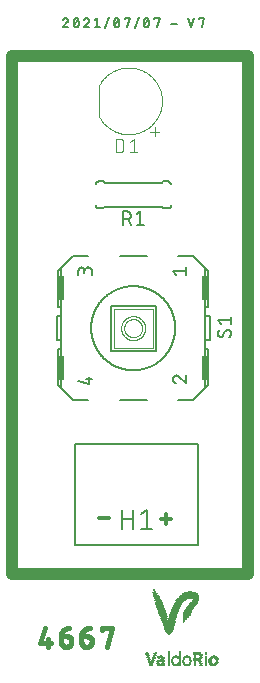
<source format=gbr>
G04 EAGLE Gerber RS-274X export*
G75*
%MOMM*%
%FSLAX34Y34*%
%LPD*%
%INSilkscreen Top*%
%IPPOS*%
%AMOC8*
5,1,8,0,0,1.08239X$1,22.5*%
G01*
%ADD10C,0.330200*%
%ADD11C,0.406400*%
%ADD12C,1.000000*%
%ADD13R,0.250000X0.050000*%
%ADD14R,0.200000X0.050000*%
%ADD15R,0.300000X0.050000*%
%ADD16R,0.350000X0.050000*%
%ADD17R,0.700000X0.050000*%
%ADD18R,0.650000X0.050000*%
%ADD19R,0.500000X0.050000*%
%ADD20R,0.550000X0.050000*%
%ADD21R,0.400000X0.050000*%
%ADD22R,0.750000X0.050000*%
%ADD23R,0.450000X0.050000*%
%ADD24R,0.150000X0.050000*%
%ADD25R,0.600000X0.050000*%
%ADD26R,0.800000X0.050000*%
%ADD27R,0.850000X0.050000*%
%ADD28R,0.900000X0.050000*%
%ADD29R,0.950000X0.050000*%
%ADD30R,1.000000X0.050000*%
%ADD31R,1.050000X0.050000*%
%ADD32R,1.150000X0.050000*%
%ADD33R,0.050000X0.050000*%
%ADD34R,0.100000X0.050000*%
%ADD35R,1.200000X0.050000*%
%ADD36R,1.800000X0.050000*%
%ADD37R,1.750000X0.050000*%
%ADD38R,1.650000X0.050000*%
%ADD39R,1.600000X0.050000*%
%ADD40R,1.500000X0.050000*%
%ADD41R,1.400000X0.050000*%
%ADD42R,1.300000X0.050000*%
%ADD43C,0.203200*%
%ADD44C,0.120000*%
%ADD45C,0.101600*%
%ADD46C,0.152400*%
%ADD47C,0.127000*%
%ADD48C,0.050800*%
%ADD49R,0.508000X2.159000*%


D10*
X180701Y142651D02*
X180701Y151116D01*
X184934Y146884D02*
X176468Y146884D01*
X131639Y147589D02*
X123174Y147589D01*
D11*
X77563Y54468D02*
X74022Y42073D01*
X82875Y42073D01*
X80219Y38532D02*
X80219Y45615D01*
X91272Y47385D02*
X96584Y47385D01*
X96702Y47383D01*
X96821Y47377D01*
X96938Y47367D01*
X97056Y47353D01*
X97173Y47336D01*
X97289Y47314D01*
X97405Y47289D01*
X97520Y47259D01*
X97633Y47226D01*
X97746Y47189D01*
X97857Y47148D01*
X97966Y47104D01*
X98075Y47056D01*
X98181Y47004D01*
X98286Y46949D01*
X98389Y46891D01*
X98489Y46829D01*
X98588Y46763D01*
X98684Y46695D01*
X98779Y46623D01*
X98870Y46548D01*
X98959Y46470D01*
X99046Y46389D01*
X99129Y46306D01*
X99210Y46219D01*
X99288Y46130D01*
X99363Y46039D01*
X99435Y45944D01*
X99503Y45848D01*
X99569Y45749D01*
X99631Y45649D01*
X99689Y45546D01*
X99744Y45441D01*
X99796Y45335D01*
X99844Y45226D01*
X99888Y45117D01*
X99929Y45006D01*
X99966Y44893D01*
X99999Y44780D01*
X100029Y44665D01*
X100054Y44549D01*
X100076Y44433D01*
X100093Y44316D01*
X100107Y44198D01*
X100117Y44081D01*
X100123Y43962D01*
X100125Y43844D01*
X100125Y42959D01*
X100126Y42959D02*
X100124Y42828D01*
X100118Y42697D01*
X100109Y42566D01*
X100095Y42435D01*
X100077Y42305D01*
X100056Y42176D01*
X100031Y42047D01*
X100002Y41919D01*
X99969Y41792D01*
X99933Y41666D01*
X99893Y41541D01*
X99849Y41418D01*
X99801Y41295D01*
X99750Y41174D01*
X99696Y41055D01*
X99638Y40938D01*
X99576Y40822D01*
X99511Y40708D01*
X99442Y40596D01*
X99371Y40486D01*
X99296Y40378D01*
X99218Y40273D01*
X99137Y40170D01*
X99053Y40069D01*
X98965Y39971D01*
X98875Y39875D01*
X98783Y39783D01*
X98687Y39693D01*
X98589Y39605D01*
X98488Y39521D01*
X98385Y39440D01*
X98280Y39362D01*
X98172Y39287D01*
X98062Y39216D01*
X97950Y39147D01*
X97836Y39082D01*
X97720Y39020D01*
X97603Y38962D01*
X97484Y38908D01*
X97363Y38857D01*
X97240Y38809D01*
X97117Y38765D01*
X96992Y38725D01*
X96866Y38689D01*
X96739Y38656D01*
X96611Y38627D01*
X96482Y38602D01*
X96353Y38581D01*
X96223Y38563D01*
X96092Y38549D01*
X95961Y38540D01*
X95830Y38534D01*
X95699Y38532D01*
X95568Y38534D01*
X95437Y38540D01*
X95306Y38549D01*
X95175Y38563D01*
X95045Y38581D01*
X94916Y38602D01*
X94787Y38627D01*
X94659Y38656D01*
X94532Y38689D01*
X94406Y38725D01*
X94281Y38765D01*
X94158Y38809D01*
X94035Y38857D01*
X93914Y38908D01*
X93795Y38962D01*
X93678Y39020D01*
X93562Y39082D01*
X93448Y39147D01*
X93336Y39216D01*
X93226Y39287D01*
X93118Y39362D01*
X93013Y39440D01*
X92910Y39521D01*
X92809Y39605D01*
X92711Y39693D01*
X92615Y39783D01*
X92523Y39875D01*
X92433Y39971D01*
X92345Y40069D01*
X92261Y40170D01*
X92180Y40273D01*
X92102Y40378D01*
X92027Y40486D01*
X91956Y40596D01*
X91887Y40708D01*
X91822Y40822D01*
X91760Y40938D01*
X91702Y41055D01*
X91648Y41174D01*
X91597Y41295D01*
X91549Y41418D01*
X91505Y41541D01*
X91465Y41666D01*
X91429Y41792D01*
X91396Y41919D01*
X91367Y42047D01*
X91342Y42176D01*
X91321Y42305D01*
X91303Y42435D01*
X91289Y42566D01*
X91280Y42697D01*
X91274Y42828D01*
X91272Y42959D01*
X91272Y47385D01*
X91274Y47559D01*
X91281Y47733D01*
X91291Y47906D01*
X91306Y48079D01*
X91325Y48252D01*
X91349Y48424D01*
X91376Y48596D01*
X91408Y48767D01*
X91444Y48937D01*
X91484Y49106D01*
X91529Y49274D01*
X91577Y49441D01*
X91629Y49607D01*
X91686Y49771D01*
X91747Y49934D01*
X91811Y50096D01*
X91880Y50255D01*
X91952Y50413D01*
X92028Y50570D01*
X92108Y50724D01*
X92192Y50876D01*
X92280Y51026D01*
X92371Y51174D01*
X92466Y51320D01*
X92564Y51463D01*
X92666Y51604D01*
X92771Y51743D01*
X92880Y51878D01*
X92992Y52011D01*
X93107Y52142D01*
X93225Y52269D01*
X93347Y52393D01*
X93471Y52515D01*
X93598Y52633D01*
X93729Y52748D01*
X93862Y52860D01*
X93997Y52969D01*
X94136Y53074D01*
X94277Y53176D01*
X94420Y53274D01*
X94566Y53369D01*
X94714Y53460D01*
X94864Y53548D01*
X95016Y53632D01*
X95170Y53712D01*
X95327Y53788D01*
X95485Y53860D01*
X95644Y53929D01*
X95806Y53993D01*
X95969Y54054D01*
X96133Y54111D01*
X96299Y54163D01*
X96466Y54211D01*
X96634Y54256D01*
X96803Y54296D01*
X96973Y54332D01*
X97144Y54364D01*
X97316Y54391D01*
X97488Y54415D01*
X97661Y54434D01*
X97834Y54449D01*
X98007Y54459D01*
X98181Y54466D01*
X98355Y54468D01*
X108522Y47385D02*
X113834Y47385D01*
X113952Y47383D01*
X114071Y47377D01*
X114188Y47367D01*
X114306Y47353D01*
X114423Y47336D01*
X114539Y47314D01*
X114655Y47289D01*
X114770Y47259D01*
X114883Y47226D01*
X114996Y47189D01*
X115107Y47148D01*
X115216Y47104D01*
X115325Y47056D01*
X115431Y47004D01*
X115536Y46949D01*
X115639Y46891D01*
X115739Y46829D01*
X115838Y46763D01*
X115934Y46695D01*
X116029Y46623D01*
X116120Y46548D01*
X116209Y46470D01*
X116296Y46389D01*
X116379Y46306D01*
X116460Y46219D01*
X116538Y46130D01*
X116613Y46039D01*
X116685Y45944D01*
X116753Y45848D01*
X116819Y45749D01*
X116881Y45649D01*
X116939Y45546D01*
X116994Y45441D01*
X117046Y45335D01*
X117094Y45226D01*
X117138Y45117D01*
X117179Y45006D01*
X117216Y44893D01*
X117249Y44780D01*
X117279Y44665D01*
X117304Y44549D01*
X117326Y44433D01*
X117343Y44316D01*
X117357Y44198D01*
X117367Y44081D01*
X117373Y43962D01*
X117375Y43844D01*
X117375Y42959D01*
X117376Y42959D02*
X117374Y42828D01*
X117368Y42697D01*
X117359Y42566D01*
X117345Y42435D01*
X117327Y42305D01*
X117306Y42176D01*
X117281Y42047D01*
X117252Y41919D01*
X117219Y41792D01*
X117183Y41666D01*
X117143Y41541D01*
X117099Y41418D01*
X117051Y41295D01*
X117000Y41174D01*
X116946Y41055D01*
X116888Y40938D01*
X116826Y40822D01*
X116761Y40708D01*
X116692Y40596D01*
X116621Y40486D01*
X116546Y40378D01*
X116468Y40273D01*
X116387Y40170D01*
X116303Y40069D01*
X116215Y39971D01*
X116125Y39875D01*
X116033Y39783D01*
X115937Y39693D01*
X115839Y39605D01*
X115738Y39521D01*
X115635Y39440D01*
X115530Y39362D01*
X115422Y39287D01*
X115312Y39216D01*
X115200Y39147D01*
X115086Y39082D01*
X114970Y39020D01*
X114853Y38962D01*
X114734Y38908D01*
X114613Y38857D01*
X114490Y38809D01*
X114367Y38765D01*
X114242Y38725D01*
X114116Y38689D01*
X113989Y38656D01*
X113861Y38627D01*
X113732Y38602D01*
X113603Y38581D01*
X113473Y38563D01*
X113342Y38549D01*
X113211Y38540D01*
X113080Y38534D01*
X112949Y38532D01*
X112818Y38534D01*
X112687Y38540D01*
X112556Y38549D01*
X112425Y38563D01*
X112295Y38581D01*
X112166Y38602D01*
X112037Y38627D01*
X111909Y38656D01*
X111782Y38689D01*
X111656Y38725D01*
X111531Y38765D01*
X111408Y38809D01*
X111285Y38857D01*
X111164Y38908D01*
X111045Y38962D01*
X110928Y39020D01*
X110812Y39082D01*
X110698Y39147D01*
X110586Y39216D01*
X110476Y39287D01*
X110368Y39362D01*
X110263Y39440D01*
X110160Y39521D01*
X110059Y39605D01*
X109961Y39693D01*
X109865Y39783D01*
X109773Y39875D01*
X109683Y39971D01*
X109595Y40069D01*
X109511Y40170D01*
X109430Y40273D01*
X109352Y40378D01*
X109277Y40486D01*
X109206Y40596D01*
X109137Y40708D01*
X109072Y40822D01*
X109010Y40938D01*
X108952Y41055D01*
X108898Y41174D01*
X108847Y41295D01*
X108799Y41418D01*
X108755Y41541D01*
X108715Y41666D01*
X108679Y41792D01*
X108646Y41919D01*
X108617Y42047D01*
X108592Y42176D01*
X108571Y42305D01*
X108553Y42435D01*
X108539Y42566D01*
X108530Y42697D01*
X108524Y42828D01*
X108522Y42959D01*
X108522Y47385D01*
X108524Y47559D01*
X108531Y47733D01*
X108541Y47906D01*
X108556Y48079D01*
X108575Y48252D01*
X108599Y48424D01*
X108626Y48596D01*
X108658Y48767D01*
X108694Y48937D01*
X108734Y49106D01*
X108779Y49274D01*
X108827Y49441D01*
X108879Y49607D01*
X108936Y49771D01*
X108997Y49934D01*
X109061Y50096D01*
X109130Y50255D01*
X109202Y50413D01*
X109278Y50570D01*
X109358Y50724D01*
X109442Y50876D01*
X109530Y51026D01*
X109621Y51174D01*
X109716Y51320D01*
X109814Y51463D01*
X109916Y51604D01*
X110021Y51743D01*
X110130Y51878D01*
X110242Y52011D01*
X110357Y52142D01*
X110475Y52269D01*
X110597Y52393D01*
X110721Y52515D01*
X110848Y52633D01*
X110979Y52748D01*
X111112Y52860D01*
X111247Y52969D01*
X111386Y53074D01*
X111527Y53176D01*
X111670Y53274D01*
X111816Y53369D01*
X111964Y53460D01*
X112114Y53548D01*
X112266Y53632D01*
X112420Y53712D01*
X112577Y53788D01*
X112735Y53860D01*
X112894Y53929D01*
X113056Y53993D01*
X113219Y54054D01*
X113383Y54111D01*
X113549Y54163D01*
X113716Y54211D01*
X113884Y54256D01*
X114053Y54296D01*
X114223Y54332D01*
X114394Y54364D01*
X114566Y54391D01*
X114738Y54415D01*
X114911Y54434D01*
X115084Y54449D01*
X115257Y54459D01*
X115431Y54466D01*
X115605Y54468D01*
X125772Y54468D02*
X125772Y52697D01*
X125772Y54468D02*
X134625Y54468D01*
X130199Y38532D01*
D12*
X50000Y100000D02*
X250000Y100000D01*
X250000Y538600D01*
X50000Y538600D01*
X50000Y100000D01*
D13*
X167500Y22000D03*
X175000Y22000D03*
X178500Y22000D03*
X182500Y22000D03*
X188500Y22000D03*
D14*
X191750Y22000D03*
D15*
X197750Y22000D03*
D13*
X204500Y22000D03*
X210500Y22000D03*
X214000Y22000D03*
D16*
X220500Y22000D03*
D15*
X167750Y22500D03*
D17*
X176250Y22500D03*
D13*
X182500Y22500D03*
D18*
X189500Y22500D03*
D19*
X197750Y22500D03*
D13*
X204500Y22500D03*
D15*
X210250Y22500D03*
D13*
X214000Y22500D03*
D20*
X220500Y22500D03*
D16*
X167500Y23000D03*
D18*
X176000Y23000D03*
D13*
X182500Y23000D03*
D17*
X189250Y23000D03*
D18*
X198000Y23000D03*
D13*
X204500Y23000D03*
X210000Y23000D03*
X214000Y23000D03*
D18*
X220500Y23000D03*
D21*
X167750Y23500D03*
D17*
X175750Y23500D03*
D13*
X182500Y23500D03*
D22*
X189000Y23500D03*
D15*
X196250Y23500D03*
X199750Y23500D03*
D13*
X204500Y23500D03*
X210000Y23500D03*
X214000Y23500D03*
D22*
X220500Y23500D03*
D21*
X167750Y24000D03*
D15*
X173750Y24000D03*
X177750Y24000D03*
D13*
X182500Y24000D03*
X186500Y24000D03*
D15*
X191250Y24000D03*
D13*
X195500Y24000D03*
X200500Y24000D03*
X204500Y24000D03*
D15*
X209750Y24000D03*
D13*
X214000Y24000D03*
D15*
X218250Y24000D03*
X222750Y24000D03*
D23*
X167500Y24500D03*
D13*
X173500Y24500D03*
X178000Y24500D03*
X182500Y24500D03*
X186000Y24500D03*
X191500Y24500D03*
D14*
X195250Y24500D03*
X200750Y24500D03*
D13*
X204500Y24500D03*
X209500Y24500D03*
X214000Y24500D03*
X218000Y24500D03*
D15*
X223250Y24500D03*
D19*
X167750Y25000D03*
D13*
X173500Y25000D03*
X178000Y25000D03*
X182500Y25000D03*
D14*
X185750Y25000D03*
X191750Y25000D03*
D13*
X195000Y25000D03*
X201000Y25000D03*
X204500Y25000D03*
X209500Y25000D03*
X214000Y25000D03*
D15*
X217750Y25000D03*
D13*
X223500Y25000D03*
D19*
X167750Y25500D03*
D15*
X173750Y25500D03*
D13*
X178000Y25500D03*
X182500Y25500D03*
D14*
X185750Y25500D03*
X191750Y25500D03*
X194750Y25500D03*
X201250Y25500D03*
D13*
X204500Y25500D03*
X209500Y25500D03*
X214000Y25500D03*
D15*
X217750Y25500D03*
D13*
X223500Y25500D03*
D20*
X167500Y26000D03*
D18*
X176000Y26000D03*
D13*
X182500Y26000D03*
D14*
X185750Y26000D03*
X191750Y26000D03*
X194750Y26000D03*
X201250Y26000D03*
D13*
X204500Y26000D03*
D15*
X209250Y26000D03*
D13*
X214000Y26000D03*
X217500Y26000D03*
X223500Y26000D03*
X166000Y26500D03*
D15*
X169250Y26500D03*
D18*
X176000Y26500D03*
D13*
X182500Y26500D03*
D14*
X185750Y26500D03*
X191750Y26500D03*
X194750Y26500D03*
X201250Y26500D03*
D17*
X206750Y26500D03*
D13*
X214000Y26500D03*
X217500Y26500D03*
X223500Y26500D03*
X166000Y27000D03*
X169500Y27000D03*
D20*
X176500Y27000D03*
D13*
X182500Y27000D03*
D14*
X185750Y27000D03*
X191750Y27000D03*
D13*
X195000Y27000D03*
X201000Y27000D03*
D17*
X206750Y27000D03*
D13*
X214000Y27000D03*
D15*
X217750Y27000D03*
D13*
X223500Y27000D03*
D15*
X165750Y27500D03*
D13*
X169500Y27500D03*
D21*
X177250Y27500D03*
D13*
X182500Y27500D03*
D14*
X185750Y27500D03*
X191750Y27500D03*
X195250Y27500D03*
X200750Y27500D03*
D18*
X206500Y27500D03*
D13*
X214000Y27500D03*
D15*
X217750Y27500D03*
X223250Y27500D03*
D13*
X165500Y28000D03*
D15*
X169750Y28000D03*
D13*
X178000Y28000D03*
X182500Y28000D03*
X186000Y28000D03*
X191500Y28000D03*
D14*
X195250Y28000D03*
X200750Y28000D03*
D17*
X206750Y28000D03*
D13*
X214000Y28000D03*
D15*
X218250Y28000D03*
X223250Y28000D03*
D13*
X165500Y28500D03*
X170000Y28500D03*
D24*
X174000Y28500D03*
D15*
X177750Y28500D03*
D13*
X182500Y28500D03*
X186500Y28500D03*
D15*
X191250Y28500D03*
D13*
X195500Y28500D03*
X200500Y28500D03*
X204500Y28500D03*
D16*
X209000Y28500D03*
D13*
X214000Y28500D03*
D16*
X218500Y28500D03*
D15*
X222750Y28500D03*
X165250Y29000D03*
D13*
X170000Y29000D03*
D18*
X176000Y29000D03*
D13*
X182500Y29000D03*
D22*
X189000Y29000D03*
D18*
X198000Y29000D03*
D13*
X204500Y29000D03*
D15*
X209750Y29000D03*
D13*
X214000Y29000D03*
D17*
X220750Y29000D03*
D15*
X165250Y29500D03*
X170250Y29500D03*
D25*
X175750Y29500D03*
D13*
X182500Y29500D03*
D17*
X189250Y29500D03*
D20*
X198000Y29500D03*
D13*
X204500Y29500D03*
X210000Y29500D03*
X214000Y29500D03*
D25*
X220750Y29500D03*
D13*
X165000Y30000D03*
X170500Y30000D03*
D20*
X175500Y30000D03*
D13*
X182500Y30000D03*
D18*
X189500Y30000D03*
D23*
X198000Y30000D03*
D13*
X204500Y30000D03*
X210000Y30000D03*
X214000Y30000D03*
D19*
X220750Y30000D03*
D15*
X164750Y30500D03*
D13*
X170500Y30500D03*
X176000Y30500D03*
X182500Y30500D03*
D24*
X188500Y30500D03*
D14*
X191750Y30500D03*
D24*
X198000Y30500D03*
D13*
X204500Y30500D03*
X210000Y30500D03*
D14*
X220750Y30500D03*
D15*
X164750Y31000D03*
X170750Y31000D03*
D13*
X182500Y31000D03*
D14*
X191750Y31000D03*
D13*
X204500Y31000D03*
D15*
X209750Y31000D03*
D13*
X164500Y31500D03*
X171000Y31500D03*
X182500Y31500D03*
D14*
X191750Y31500D03*
D26*
X207250Y31500D03*
D13*
X214000Y31500D03*
D15*
X164250Y32000D03*
D13*
X171000Y32000D03*
X182500Y32000D03*
D14*
X191750Y32000D03*
D22*
X207000Y32000D03*
D13*
X214000Y32000D03*
D15*
X164250Y32500D03*
X171250Y32500D03*
D13*
X182500Y32500D03*
D14*
X191750Y32500D03*
D17*
X206750Y32500D03*
D13*
X214000Y32500D03*
X164000Y33000D03*
X171500Y33000D03*
X182500Y33000D03*
D14*
X191750Y33000D03*
D18*
X206500Y33000D03*
D13*
X214000Y33000D03*
X182500Y33500D03*
D14*
X191750Y33500D03*
D13*
X206500Y33500D03*
D24*
X214000Y33500D03*
D13*
X182500Y34000D03*
D14*
X191750Y34000D03*
D13*
X182500Y49000D03*
D21*
X182750Y49500D03*
D19*
X182750Y50000D03*
D20*
X183000Y50500D03*
D25*
X182750Y51000D03*
X182750Y51500D03*
D17*
X182750Y52000D03*
X182750Y52500D03*
D26*
X182750Y53000D03*
X182750Y53500D03*
X182750Y54000D03*
D27*
X183000Y54500D03*
D28*
X182750Y55000D03*
X182750Y55500D03*
X182750Y56000D03*
D29*
X182500Y56500D03*
D30*
X182750Y57000D03*
X182750Y57500D03*
D31*
X182500Y58000D03*
X182500Y58500D03*
D32*
X182500Y59000D03*
D33*
X195500Y59000D03*
D32*
X182500Y59500D03*
D33*
X195500Y59500D03*
D32*
X182500Y60000D03*
D34*
X195750Y60000D03*
D35*
X182250Y60500D03*
D14*
X195750Y60500D03*
D20*
X179000Y61000D03*
D18*
X185500Y61000D03*
D13*
X196000Y61000D03*
D20*
X179000Y61500D03*
D18*
X185500Y61500D03*
D15*
X196250Y61500D03*
D25*
X178750Y62000D03*
X185750Y62000D03*
D16*
X196500Y62000D03*
D25*
X178750Y62500D03*
X185750Y62500D03*
D21*
X196750Y62500D03*
D20*
X178500Y63000D03*
D18*
X186000Y63000D03*
D23*
X197000Y63000D03*
D25*
X178250Y63500D03*
D18*
X186000Y63500D03*
D19*
X197250Y63500D03*
D25*
X178250Y64000D03*
X186250Y64000D03*
D20*
X197500Y64000D03*
X178000Y64500D03*
D25*
X186250Y64500D03*
X197750Y64500D03*
X177750Y65000D03*
D18*
X186500Y65000D03*
D25*
X197750Y65000D03*
X177750Y65500D03*
D18*
X186500Y65500D03*
D25*
X197750Y65500D03*
D18*
X177500Y66000D03*
D25*
X186750Y66000D03*
D20*
X198000Y66000D03*
D25*
X177250Y66500D03*
D18*
X187000Y66500D03*
D25*
X198250Y66500D03*
X177250Y67000D03*
D18*
X187000Y67000D03*
D25*
X198250Y67000D03*
D18*
X177000Y67500D03*
D25*
X187250Y67500D03*
X198750Y67500D03*
X176750Y68000D03*
D18*
X187500Y68000D03*
D25*
X198750Y68000D03*
D18*
X176500Y68500D03*
X187500Y68500D03*
D20*
X199000Y68500D03*
D18*
X176500Y69000D03*
X188000Y69000D03*
D25*
X199250Y69000D03*
X176250Y69500D03*
D18*
X188000Y69500D03*
D25*
X199750Y69500D03*
D18*
X176000Y70000D03*
D17*
X188250Y70000D03*
D18*
X200000Y70000D03*
X176000Y70500D03*
X188500Y70500D03*
X200500Y70500D03*
D25*
X175750Y71000D03*
D18*
X188500Y71000D03*
X200500Y71000D03*
X175500Y71500D03*
D17*
X188750Y71500D03*
D18*
X201000Y71500D03*
X175500Y72000D03*
D17*
X189250Y72000D03*
X201250Y72000D03*
D25*
X175250Y72500D03*
D17*
X189250Y72500D03*
X201750Y72500D03*
D18*
X175000Y73000D03*
D17*
X189750Y73000D03*
X202250Y73000D03*
D18*
X175000Y73500D03*
D17*
X189750Y73500D03*
D18*
X202500Y73500D03*
D25*
X174750Y74000D03*
D17*
X190250Y74000D03*
D18*
X203000Y74000D03*
D25*
X174750Y74500D03*
D22*
X190500Y74500D03*
D18*
X203500Y74500D03*
X174500Y75000D03*
D17*
X190750Y75000D03*
D25*
X203750Y75000D03*
X174250Y75500D03*
D22*
X191000Y75500D03*
D25*
X204250Y75500D03*
X174250Y76000D03*
D22*
X191500Y76000D03*
D20*
X204500Y76000D03*
X174000Y76500D03*
D22*
X192000Y76500D03*
D20*
X205000Y76500D03*
D25*
X173750Y77000D03*
D26*
X192250Y77000D03*
D19*
X205250Y77000D03*
D20*
X173500Y77500D03*
D26*
X192750Y77500D03*
D23*
X205500Y77500D03*
D20*
X173500Y78000D03*
D27*
X193000Y78000D03*
D23*
X206000Y78000D03*
D19*
X173250Y78500D03*
D28*
X193750Y78500D03*
D23*
X206000Y78500D03*
D20*
X173000Y79000D03*
D31*
X195000Y79000D03*
D25*
X205250Y79000D03*
D19*
X172750Y79500D03*
D36*
X199250Y79500D03*
D19*
X172750Y80000D03*
D37*
X199500Y80000D03*
D19*
X172250Y80500D03*
D37*
X199500Y80500D03*
D23*
X172000Y81000D03*
D38*
X199500Y81000D03*
D23*
X172000Y81500D03*
D39*
X199750Y81500D03*
D23*
X171500Y82000D03*
D40*
X200250Y82000D03*
D21*
X171250Y82500D03*
D41*
X200250Y82500D03*
D16*
X171000Y83000D03*
D42*
X200250Y83000D03*
D13*
X170000Y83500D03*
D34*
X172250Y83500D03*
D32*
X200500Y83500D03*
D24*
X169500Y84000D03*
D30*
X200750Y84000D03*
D24*
X169000Y84500D03*
D34*
X171250Y84500D03*
D26*
X200750Y84500D03*
D24*
X171000Y85000D03*
D16*
X201000Y85000D03*
D24*
X170500Y85500D03*
D14*
X170250Y86000D03*
D24*
X170000Y86500D03*
X170000Y87000D03*
D43*
X97443Y568992D02*
X97441Y569079D01*
X97435Y569166D01*
X97426Y569252D01*
X97413Y569338D01*
X97396Y569423D01*
X97375Y569508D01*
X97351Y569591D01*
X97323Y569673D01*
X97291Y569754D01*
X97256Y569834D01*
X97218Y569912D01*
X97176Y569988D01*
X97131Y570062D01*
X97083Y570135D01*
X97031Y570205D01*
X96977Y570272D01*
X96920Y570338D01*
X96860Y570401D01*
X96797Y570461D01*
X96731Y570518D01*
X96664Y570572D01*
X96594Y570624D01*
X96521Y570672D01*
X96447Y570717D01*
X96371Y570759D01*
X96293Y570797D01*
X96213Y570832D01*
X96132Y570864D01*
X96050Y570892D01*
X95967Y570916D01*
X95882Y570937D01*
X95797Y570954D01*
X95711Y570967D01*
X95625Y570976D01*
X95538Y570982D01*
X95451Y570984D01*
X95350Y570982D01*
X95250Y570976D01*
X95150Y570966D01*
X95050Y570952D01*
X94951Y570935D01*
X94853Y570913D01*
X94756Y570888D01*
X94660Y570859D01*
X94565Y570826D01*
X94471Y570789D01*
X94379Y570749D01*
X94288Y570705D01*
X94200Y570657D01*
X94113Y570606D01*
X94028Y570552D01*
X93946Y570495D01*
X93866Y570434D01*
X93788Y570370D01*
X93713Y570303D01*
X93640Y570233D01*
X93571Y570161D01*
X93504Y570086D01*
X93440Y570008D01*
X93380Y569928D01*
X93322Y569845D01*
X93268Y569760D01*
X93217Y569674D01*
X93170Y569585D01*
X93126Y569494D01*
X93086Y569402D01*
X93049Y569308D01*
X93016Y569213D01*
X96779Y567442D02*
X96844Y567507D01*
X96905Y567574D01*
X96964Y567643D01*
X97020Y567715D01*
X97073Y567790D01*
X97123Y567866D01*
X97169Y567945D01*
X97212Y568025D01*
X97252Y568107D01*
X97287Y568191D01*
X97320Y568276D01*
X97348Y568363D01*
X97373Y568451D01*
X97395Y568539D01*
X97412Y568629D01*
X97426Y568719D01*
X97435Y568810D01*
X97441Y568901D01*
X97443Y568992D01*
X96779Y567443D02*
X93016Y563016D01*
X97443Y563016D01*
X102016Y567000D02*
X102018Y567157D01*
X102023Y567313D01*
X102033Y567470D01*
X102046Y567626D01*
X102063Y567782D01*
X102083Y567937D01*
X102107Y568092D01*
X102135Y568246D01*
X102167Y568400D01*
X102202Y568553D01*
X102241Y568705D01*
X102284Y568855D01*
X102330Y569005D01*
X102379Y569154D01*
X102433Y569301D01*
X102489Y569448D01*
X102549Y569592D01*
X102613Y569736D01*
X102680Y569877D01*
X102707Y569950D01*
X102737Y570022D01*
X102771Y570093D01*
X102808Y570161D01*
X102849Y570228D01*
X102893Y570293D01*
X102939Y570356D01*
X102989Y570416D01*
X103041Y570474D01*
X103097Y570529D01*
X103154Y570582D01*
X103214Y570632D01*
X103277Y570679D01*
X103342Y570723D01*
X103408Y570764D01*
X103477Y570801D01*
X103547Y570835D01*
X103619Y570866D01*
X103692Y570893D01*
X103766Y570917D01*
X103842Y570938D01*
X103918Y570954D01*
X103995Y570967D01*
X104073Y570977D01*
X104151Y570982D01*
X104229Y570984D01*
X104307Y570982D01*
X104385Y570977D01*
X104463Y570967D01*
X104540Y570954D01*
X104616Y570938D01*
X104692Y570917D01*
X104766Y570893D01*
X104839Y570866D01*
X104911Y570835D01*
X104981Y570801D01*
X105050Y570764D01*
X105116Y570723D01*
X105181Y570679D01*
X105244Y570632D01*
X105304Y570582D01*
X105361Y570529D01*
X105417Y570474D01*
X105469Y570416D01*
X105519Y570356D01*
X105565Y570293D01*
X105609Y570228D01*
X105650Y570161D01*
X105687Y570093D01*
X105721Y570022D01*
X105751Y569950D01*
X105778Y569877D01*
X105779Y569877D02*
X105846Y569736D01*
X105910Y569592D01*
X105970Y569448D01*
X106026Y569301D01*
X106080Y569154D01*
X106129Y569005D01*
X106175Y568855D01*
X106218Y568705D01*
X106257Y568553D01*
X106292Y568400D01*
X106324Y568246D01*
X106352Y568092D01*
X106376Y567937D01*
X106396Y567782D01*
X106413Y567626D01*
X106426Y567470D01*
X106436Y567313D01*
X106441Y567157D01*
X106443Y567000D01*
X102016Y567000D02*
X102018Y566843D01*
X102023Y566687D01*
X102033Y566530D01*
X102046Y566374D01*
X102063Y566218D01*
X102083Y566063D01*
X102107Y565908D01*
X102135Y565754D01*
X102167Y565600D01*
X102202Y565447D01*
X102241Y565295D01*
X102284Y565145D01*
X102330Y564995D01*
X102379Y564846D01*
X102433Y564699D01*
X102489Y564553D01*
X102549Y564408D01*
X102613Y564265D01*
X102680Y564123D01*
X102707Y564049D01*
X102737Y563978D01*
X102771Y563907D01*
X102808Y563839D01*
X102849Y563772D01*
X102893Y563707D01*
X102939Y563644D01*
X102989Y563584D01*
X103041Y563526D01*
X103097Y563471D01*
X103154Y563418D01*
X103214Y563368D01*
X103277Y563321D01*
X103342Y563277D01*
X103408Y563236D01*
X103477Y563199D01*
X103547Y563165D01*
X103619Y563134D01*
X103692Y563107D01*
X103766Y563083D01*
X103842Y563062D01*
X103918Y563046D01*
X103995Y563033D01*
X104073Y563023D01*
X104151Y563018D01*
X104229Y563016D01*
X105778Y564123D02*
X105845Y564265D01*
X105909Y564408D01*
X105969Y564553D01*
X106025Y564699D01*
X106079Y564846D01*
X106128Y564995D01*
X106174Y565145D01*
X106217Y565295D01*
X106256Y565447D01*
X106291Y565600D01*
X106323Y565754D01*
X106351Y565908D01*
X106375Y566063D01*
X106395Y566218D01*
X106412Y566374D01*
X106425Y566530D01*
X106435Y566687D01*
X106440Y566843D01*
X106442Y567000D01*
X105778Y564123D02*
X105751Y564049D01*
X105721Y563978D01*
X105687Y563907D01*
X105650Y563838D01*
X105609Y563772D01*
X105565Y563707D01*
X105519Y563644D01*
X105469Y563584D01*
X105417Y563526D01*
X105361Y563471D01*
X105304Y563418D01*
X105244Y563368D01*
X105181Y563321D01*
X105116Y563277D01*
X105050Y563236D01*
X104981Y563199D01*
X104911Y563165D01*
X104839Y563134D01*
X104766Y563107D01*
X104692Y563083D01*
X104616Y563062D01*
X104540Y563046D01*
X104463Y563033D01*
X104385Y563023D01*
X104307Y563018D01*
X104229Y563016D01*
X102459Y564787D02*
X106000Y569213D01*
X113451Y570984D02*
X113538Y570982D01*
X113625Y570976D01*
X113711Y570967D01*
X113797Y570954D01*
X113882Y570937D01*
X113967Y570916D01*
X114050Y570892D01*
X114132Y570864D01*
X114213Y570832D01*
X114293Y570797D01*
X114371Y570759D01*
X114447Y570717D01*
X114521Y570672D01*
X114594Y570624D01*
X114664Y570572D01*
X114731Y570518D01*
X114797Y570461D01*
X114860Y570401D01*
X114920Y570338D01*
X114977Y570272D01*
X115031Y570205D01*
X115083Y570135D01*
X115131Y570062D01*
X115176Y569988D01*
X115218Y569912D01*
X115256Y569834D01*
X115291Y569754D01*
X115323Y569673D01*
X115351Y569591D01*
X115375Y569508D01*
X115396Y569423D01*
X115413Y569338D01*
X115426Y569252D01*
X115435Y569166D01*
X115441Y569079D01*
X115443Y568992D01*
X113451Y570984D02*
X113350Y570982D01*
X113250Y570976D01*
X113150Y570966D01*
X113050Y570952D01*
X112951Y570935D01*
X112853Y570913D01*
X112756Y570888D01*
X112660Y570859D01*
X112565Y570826D01*
X112471Y570789D01*
X112379Y570749D01*
X112288Y570705D01*
X112200Y570657D01*
X112113Y570606D01*
X112028Y570552D01*
X111946Y570495D01*
X111866Y570434D01*
X111788Y570370D01*
X111713Y570303D01*
X111640Y570233D01*
X111571Y570161D01*
X111504Y570086D01*
X111440Y570008D01*
X111380Y569928D01*
X111322Y569845D01*
X111268Y569760D01*
X111217Y569674D01*
X111170Y569585D01*
X111126Y569494D01*
X111086Y569402D01*
X111049Y569308D01*
X111016Y569213D01*
X114779Y567442D02*
X114844Y567507D01*
X114905Y567574D01*
X114964Y567643D01*
X115020Y567715D01*
X115073Y567790D01*
X115123Y567866D01*
X115169Y567945D01*
X115212Y568025D01*
X115252Y568107D01*
X115287Y568191D01*
X115320Y568276D01*
X115348Y568363D01*
X115373Y568451D01*
X115395Y568539D01*
X115412Y568629D01*
X115426Y568719D01*
X115435Y568810D01*
X115441Y568901D01*
X115443Y568992D01*
X114779Y567443D02*
X111016Y563016D01*
X115443Y563016D01*
X120016Y569213D02*
X122229Y570984D01*
X122229Y563016D01*
X120016Y563016D02*
X124443Y563016D01*
X128559Y562131D02*
X132100Y571869D01*
X136880Y569877D02*
X136813Y569736D01*
X136749Y569592D01*
X136689Y569448D01*
X136633Y569301D01*
X136579Y569154D01*
X136530Y569005D01*
X136484Y568855D01*
X136441Y568705D01*
X136402Y568553D01*
X136367Y568400D01*
X136335Y568246D01*
X136307Y568092D01*
X136283Y567937D01*
X136263Y567782D01*
X136246Y567626D01*
X136233Y567470D01*
X136223Y567313D01*
X136218Y567157D01*
X136216Y567000D01*
X136880Y569877D02*
X136907Y569950D01*
X136937Y570022D01*
X136971Y570093D01*
X137008Y570161D01*
X137049Y570228D01*
X137093Y570293D01*
X137139Y570356D01*
X137189Y570416D01*
X137241Y570474D01*
X137297Y570529D01*
X137354Y570582D01*
X137414Y570632D01*
X137477Y570679D01*
X137542Y570723D01*
X137608Y570764D01*
X137677Y570801D01*
X137747Y570835D01*
X137819Y570866D01*
X137892Y570893D01*
X137966Y570917D01*
X138042Y570938D01*
X138118Y570954D01*
X138195Y570967D01*
X138273Y570977D01*
X138351Y570982D01*
X138429Y570984D01*
X138507Y570982D01*
X138585Y570977D01*
X138663Y570967D01*
X138740Y570954D01*
X138816Y570938D01*
X138892Y570917D01*
X138966Y570893D01*
X139039Y570866D01*
X139111Y570835D01*
X139181Y570801D01*
X139250Y570764D01*
X139316Y570723D01*
X139381Y570679D01*
X139444Y570632D01*
X139504Y570582D01*
X139561Y570529D01*
X139617Y570474D01*
X139669Y570416D01*
X139719Y570356D01*
X139765Y570293D01*
X139809Y570228D01*
X139850Y570161D01*
X139887Y570093D01*
X139921Y570022D01*
X139951Y569950D01*
X139978Y569877D01*
X140045Y569736D01*
X140109Y569592D01*
X140169Y569448D01*
X140225Y569301D01*
X140279Y569154D01*
X140328Y569005D01*
X140374Y568855D01*
X140417Y568705D01*
X140456Y568553D01*
X140491Y568400D01*
X140523Y568246D01*
X140551Y568092D01*
X140575Y567937D01*
X140595Y567782D01*
X140612Y567626D01*
X140625Y567470D01*
X140635Y567313D01*
X140640Y567157D01*
X140642Y567000D01*
X136216Y567000D02*
X136218Y566843D01*
X136223Y566687D01*
X136233Y566530D01*
X136246Y566374D01*
X136263Y566218D01*
X136283Y566063D01*
X136307Y565908D01*
X136335Y565754D01*
X136367Y565600D01*
X136402Y565447D01*
X136441Y565295D01*
X136484Y565145D01*
X136530Y564995D01*
X136579Y564846D01*
X136633Y564699D01*
X136689Y564553D01*
X136749Y564408D01*
X136813Y564265D01*
X136880Y564123D01*
X136907Y564049D01*
X136937Y563978D01*
X136971Y563907D01*
X137008Y563839D01*
X137049Y563772D01*
X137093Y563707D01*
X137139Y563644D01*
X137189Y563584D01*
X137241Y563526D01*
X137297Y563471D01*
X137354Y563418D01*
X137414Y563368D01*
X137477Y563321D01*
X137542Y563277D01*
X137608Y563236D01*
X137677Y563199D01*
X137747Y563165D01*
X137819Y563134D01*
X137892Y563107D01*
X137966Y563083D01*
X138042Y563062D01*
X138118Y563046D01*
X138195Y563033D01*
X138273Y563023D01*
X138351Y563018D01*
X138429Y563016D01*
X139978Y564123D02*
X140045Y564265D01*
X140109Y564408D01*
X140169Y564553D01*
X140225Y564699D01*
X140279Y564846D01*
X140328Y564995D01*
X140374Y565145D01*
X140417Y565295D01*
X140456Y565447D01*
X140491Y565600D01*
X140523Y565754D01*
X140551Y565908D01*
X140575Y566063D01*
X140595Y566218D01*
X140612Y566374D01*
X140625Y566530D01*
X140635Y566687D01*
X140640Y566843D01*
X140642Y567000D01*
X139978Y564123D02*
X139951Y564049D01*
X139921Y563978D01*
X139887Y563907D01*
X139850Y563838D01*
X139809Y563772D01*
X139765Y563707D01*
X139719Y563644D01*
X139669Y563584D01*
X139617Y563526D01*
X139561Y563471D01*
X139504Y563418D01*
X139444Y563368D01*
X139381Y563321D01*
X139316Y563277D01*
X139250Y563236D01*
X139181Y563199D01*
X139111Y563165D01*
X139039Y563134D01*
X138966Y563107D01*
X138892Y563083D01*
X138816Y563062D01*
X138740Y563046D01*
X138663Y563033D01*
X138585Y563023D01*
X138507Y563018D01*
X138429Y563016D01*
X136659Y564787D02*
X140200Y569213D01*
X145216Y570099D02*
X145216Y570984D01*
X149643Y570984D01*
X147429Y563016D01*
X153759Y562131D02*
X157300Y571869D01*
X162080Y569877D02*
X162013Y569736D01*
X161949Y569592D01*
X161889Y569448D01*
X161833Y569301D01*
X161779Y569154D01*
X161730Y569005D01*
X161684Y568855D01*
X161641Y568705D01*
X161602Y568553D01*
X161567Y568400D01*
X161535Y568246D01*
X161507Y568092D01*
X161483Y567937D01*
X161463Y567782D01*
X161446Y567626D01*
X161433Y567470D01*
X161423Y567313D01*
X161418Y567157D01*
X161416Y567000D01*
X162080Y569877D02*
X162107Y569950D01*
X162137Y570022D01*
X162171Y570093D01*
X162208Y570161D01*
X162249Y570228D01*
X162293Y570293D01*
X162339Y570356D01*
X162389Y570416D01*
X162441Y570474D01*
X162497Y570529D01*
X162554Y570582D01*
X162614Y570632D01*
X162677Y570679D01*
X162742Y570723D01*
X162808Y570764D01*
X162877Y570801D01*
X162947Y570835D01*
X163019Y570866D01*
X163092Y570893D01*
X163166Y570917D01*
X163242Y570938D01*
X163318Y570954D01*
X163395Y570967D01*
X163473Y570977D01*
X163551Y570982D01*
X163629Y570984D01*
X163707Y570982D01*
X163785Y570977D01*
X163863Y570967D01*
X163940Y570954D01*
X164016Y570938D01*
X164092Y570917D01*
X164166Y570893D01*
X164239Y570866D01*
X164311Y570835D01*
X164381Y570801D01*
X164450Y570764D01*
X164516Y570723D01*
X164581Y570679D01*
X164644Y570632D01*
X164704Y570582D01*
X164761Y570529D01*
X164817Y570474D01*
X164869Y570416D01*
X164919Y570356D01*
X164965Y570293D01*
X165009Y570228D01*
X165050Y570161D01*
X165087Y570093D01*
X165121Y570022D01*
X165151Y569950D01*
X165178Y569877D01*
X165245Y569736D01*
X165309Y569592D01*
X165369Y569448D01*
X165425Y569301D01*
X165479Y569154D01*
X165528Y569005D01*
X165574Y568855D01*
X165617Y568705D01*
X165656Y568553D01*
X165691Y568400D01*
X165723Y568246D01*
X165751Y568092D01*
X165775Y567937D01*
X165795Y567782D01*
X165812Y567626D01*
X165825Y567470D01*
X165835Y567313D01*
X165840Y567157D01*
X165842Y567000D01*
X161416Y567000D02*
X161418Y566843D01*
X161423Y566687D01*
X161433Y566530D01*
X161446Y566374D01*
X161463Y566218D01*
X161483Y566063D01*
X161507Y565908D01*
X161535Y565754D01*
X161567Y565600D01*
X161602Y565447D01*
X161641Y565295D01*
X161684Y565145D01*
X161730Y564995D01*
X161779Y564846D01*
X161833Y564699D01*
X161889Y564553D01*
X161949Y564408D01*
X162013Y564265D01*
X162080Y564123D01*
X162107Y564049D01*
X162137Y563978D01*
X162171Y563907D01*
X162208Y563839D01*
X162249Y563772D01*
X162293Y563707D01*
X162339Y563644D01*
X162389Y563584D01*
X162441Y563526D01*
X162497Y563471D01*
X162554Y563418D01*
X162614Y563368D01*
X162677Y563321D01*
X162742Y563277D01*
X162808Y563236D01*
X162877Y563199D01*
X162947Y563165D01*
X163019Y563134D01*
X163092Y563107D01*
X163166Y563083D01*
X163242Y563062D01*
X163318Y563046D01*
X163395Y563033D01*
X163473Y563023D01*
X163551Y563018D01*
X163629Y563016D01*
X165178Y564123D02*
X165245Y564265D01*
X165309Y564408D01*
X165369Y564553D01*
X165425Y564699D01*
X165479Y564846D01*
X165528Y564995D01*
X165574Y565145D01*
X165617Y565295D01*
X165656Y565447D01*
X165691Y565600D01*
X165723Y565754D01*
X165751Y565908D01*
X165775Y566063D01*
X165795Y566218D01*
X165812Y566374D01*
X165825Y566530D01*
X165835Y566687D01*
X165840Y566843D01*
X165842Y567000D01*
X165178Y564123D02*
X165151Y564049D01*
X165121Y563978D01*
X165087Y563907D01*
X165050Y563838D01*
X165009Y563772D01*
X164965Y563707D01*
X164919Y563644D01*
X164869Y563584D01*
X164817Y563526D01*
X164761Y563471D01*
X164704Y563418D01*
X164644Y563368D01*
X164581Y563321D01*
X164516Y563277D01*
X164450Y563236D01*
X164381Y563199D01*
X164311Y563165D01*
X164239Y563134D01*
X164166Y563107D01*
X164092Y563083D01*
X164016Y563062D01*
X163940Y563046D01*
X163863Y563033D01*
X163785Y563023D01*
X163707Y563018D01*
X163629Y563016D01*
X161858Y564787D02*
X165400Y569213D01*
X170416Y570099D02*
X170416Y570984D01*
X174842Y570984D01*
X172629Y563016D01*
X184373Y566115D02*
X189685Y566115D01*
X198773Y570984D02*
X201429Y563016D01*
X204085Y570984D01*
X208216Y570984D02*
X208216Y570099D01*
X208216Y570984D02*
X212642Y570984D01*
X210429Y563016D01*
D44*
X176850Y500800D02*
X176842Y500109D01*
X176816Y499419D01*
X176774Y498729D01*
X176715Y498041D01*
X176639Y497354D01*
X176546Y496669D01*
X176437Y495987D01*
X176311Y495307D01*
X176168Y494631D01*
X176009Y493959D01*
X175834Y493291D01*
X175642Y492627D01*
X175434Y491968D01*
X175210Y491314D01*
X174970Y490666D01*
X174714Y490024D01*
X174443Y489389D01*
X174156Y488760D01*
X173854Y488139D01*
X173537Y487525D01*
X173205Y486919D01*
X172858Y486321D01*
X172496Y485733D01*
X172121Y485153D01*
X171731Y484582D01*
X171327Y484021D01*
X170910Y483470D01*
X170480Y482930D01*
X170036Y482400D01*
X169580Y481881D01*
X169111Y481374D01*
X168629Y480878D01*
X168136Y480394D01*
X167631Y479922D01*
X167115Y479463D01*
X166588Y479017D01*
X166049Y478583D01*
X165501Y478163D01*
X164942Y477757D01*
X164374Y477364D01*
X163796Y476985D01*
X163209Y476621D01*
X162613Y476271D01*
X162009Y475935D01*
X161397Y475615D01*
X160777Y475309D01*
X160150Y475019D01*
X159516Y474744D01*
X158875Y474485D01*
X158229Y474242D01*
X157576Y474014D01*
X156919Y473803D01*
X156256Y473607D01*
X155588Y473428D01*
X154917Y473265D01*
X154242Y473119D01*
X153563Y472989D01*
X152881Y472876D01*
X152197Y472780D01*
X151511Y472700D01*
X150823Y472638D01*
X150133Y472592D01*
X149443Y472563D01*
X148752Y472550D01*
X148061Y472555D01*
X147370Y472577D01*
X146680Y472615D01*
X145992Y472671D01*
X145305Y472743D01*
X144619Y472832D01*
X143936Y472938D01*
X143256Y473060D01*
X142580Y473199D01*
X141906Y473354D01*
X141237Y473526D01*
X140572Y473715D01*
X139912Y473919D01*
X139257Y474140D01*
X138608Y474376D01*
X137965Y474628D01*
X137328Y474896D01*
X136698Y475180D01*
X136075Y475478D01*
X135459Y475792D01*
X134852Y476121D01*
X134252Y476465D01*
X133661Y476823D01*
X133079Y477196D01*
X132507Y477582D01*
X131944Y477983D01*
X131390Y478397D01*
X130848Y478825D01*
X130316Y479265D01*
X129794Y479719D01*
X129284Y480185D01*
X128786Y480664D01*
X128299Y481154D01*
X127825Y481657D01*
X127363Y482171D01*
X126914Y482696D01*
X126478Y483231D01*
X126054Y483778D01*
X125645Y484334D01*
X125249Y484900D01*
X124867Y485476D01*
X124499Y486061D01*
X124146Y486655D01*
X123808Y487258D01*
X123484Y487868D01*
X123175Y488486D01*
X123175Y513114D02*
X123484Y513732D01*
X123808Y514342D01*
X124146Y514945D01*
X124499Y515539D01*
X124867Y516124D01*
X125249Y516700D01*
X125645Y517266D01*
X126054Y517822D01*
X126478Y518369D01*
X126914Y518904D01*
X127363Y519429D01*
X127825Y519943D01*
X128299Y520446D01*
X128786Y520936D01*
X129284Y521415D01*
X129794Y521881D01*
X130316Y522335D01*
X130848Y522775D01*
X131390Y523203D01*
X131944Y523617D01*
X132507Y524018D01*
X133079Y524404D01*
X133661Y524777D01*
X134252Y525135D01*
X134852Y525479D01*
X135459Y525808D01*
X136075Y526122D01*
X136698Y526420D01*
X137328Y526704D01*
X137965Y526972D01*
X138608Y527224D01*
X139257Y527460D01*
X139912Y527681D01*
X140572Y527885D01*
X141237Y528074D01*
X141906Y528246D01*
X142580Y528401D01*
X143256Y528540D01*
X143936Y528662D01*
X144619Y528768D01*
X145305Y528857D01*
X145992Y528929D01*
X146680Y528985D01*
X147370Y529023D01*
X148061Y529045D01*
X148752Y529050D01*
X149443Y529037D01*
X150133Y529008D01*
X150823Y528962D01*
X151511Y528900D01*
X152197Y528820D01*
X152881Y528724D01*
X153563Y528611D01*
X154242Y528481D01*
X154917Y528335D01*
X155588Y528172D01*
X156256Y527993D01*
X156919Y527797D01*
X157576Y527586D01*
X158229Y527358D01*
X158875Y527115D01*
X159516Y526856D01*
X160150Y526581D01*
X160777Y526291D01*
X161397Y525985D01*
X162009Y525665D01*
X162613Y525329D01*
X163209Y524979D01*
X163796Y524615D01*
X164374Y524236D01*
X164942Y523843D01*
X165501Y523437D01*
X166049Y523017D01*
X166588Y522583D01*
X167115Y522137D01*
X167631Y521678D01*
X168136Y521206D01*
X168629Y520722D01*
X169111Y520226D01*
X169580Y519719D01*
X170036Y519200D01*
X170480Y518670D01*
X170910Y518130D01*
X171327Y517579D01*
X171731Y517018D01*
X172121Y516447D01*
X172496Y515867D01*
X172858Y515279D01*
X173205Y514681D01*
X173537Y514075D01*
X173854Y513461D01*
X174156Y512840D01*
X174443Y512211D01*
X174714Y511576D01*
X174970Y510934D01*
X175210Y510286D01*
X175434Y509632D01*
X175642Y508973D01*
X175834Y508309D01*
X176009Y507641D01*
X176168Y506969D01*
X176311Y506293D01*
X176437Y505613D01*
X176546Y504931D01*
X176639Y504246D01*
X176715Y503559D01*
X176774Y502871D01*
X176816Y502181D01*
X176842Y501491D01*
X176850Y500800D01*
X123175Y488486D02*
X123175Y513114D01*
X167046Y474854D02*
X174546Y474854D01*
X170796Y471104D02*
X170796Y478604D01*
D45*
X137749Y468846D02*
X137749Y457162D01*
X137749Y468846D02*
X140995Y468846D01*
X141108Y468844D01*
X141221Y468838D01*
X141334Y468828D01*
X141447Y468814D01*
X141559Y468797D01*
X141670Y468775D01*
X141780Y468750D01*
X141890Y468720D01*
X141998Y468687D01*
X142105Y468650D01*
X142211Y468610D01*
X142315Y468565D01*
X142418Y468517D01*
X142519Y468466D01*
X142618Y468411D01*
X142715Y468353D01*
X142810Y468291D01*
X142903Y468226D01*
X142993Y468158D01*
X143081Y468087D01*
X143167Y468012D01*
X143250Y467935D01*
X143330Y467855D01*
X143407Y467772D01*
X143482Y467686D01*
X143553Y467598D01*
X143621Y467508D01*
X143686Y467415D01*
X143748Y467320D01*
X143806Y467223D01*
X143861Y467124D01*
X143912Y467023D01*
X143960Y466920D01*
X144005Y466816D01*
X144045Y466710D01*
X144082Y466603D01*
X144115Y466495D01*
X144145Y466385D01*
X144170Y466275D01*
X144192Y466164D01*
X144209Y466052D01*
X144223Y465939D01*
X144233Y465826D01*
X144239Y465713D01*
X144241Y465600D01*
X144240Y465600D02*
X144240Y460408D01*
X144241Y460408D02*
X144239Y460295D01*
X144233Y460182D01*
X144223Y460069D01*
X144209Y459956D01*
X144192Y459844D01*
X144170Y459733D01*
X144145Y459623D01*
X144115Y459513D01*
X144082Y459405D01*
X144045Y459298D01*
X144005Y459192D01*
X143960Y459088D01*
X143912Y458985D01*
X143861Y458884D01*
X143806Y458785D01*
X143748Y458688D01*
X143686Y458593D01*
X143621Y458500D01*
X143553Y458410D01*
X143482Y458322D01*
X143407Y458236D01*
X143330Y458153D01*
X143250Y458073D01*
X143167Y457996D01*
X143081Y457921D01*
X142993Y457850D01*
X142903Y457782D01*
X142810Y457717D01*
X142715Y457655D01*
X142618Y457597D01*
X142519Y457542D01*
X142418Y457491D01*
X142315Y457443D01*
X142211Y457398D01*
X142105Y457358D01*
X141998Y457321D01*
X141890Y457288D01*
X141780Y457258D01*
X141670Y457233D01*
X141559Y457211D01*
X141447Y457194D01*
X141334Y457180D01*
X141221Y457170D01*
X141108Y457164D01*
X140995Y457162D01*
X137749Y457162D01*
X149560Y466250D02*
X152805Y468846D01*
X152805Y457162D01*
X149560Y457162D02*
X156051Y457162D01*
D46*
X207250Y210200D02*
X207250Y125200D01*
X103150Y125200D01*
X103150Y210200D01*
X207250Y210200D01*
X143308Y154318D02*
X143308Y138062D01*
X143308Y147093D02*
X152339Y147093D01*
X152339Y154318D02*
X152339Y138062D01*
X159461Y150706D02*
X163976Y154318D01*
X163976Y138062D01*
X159461Y138062D02*
X168492Y138062D01*
X120950Y430290D02*
X120952Y430390D01*
X120958Y430489D01*
X120968Y430589D01*
X120981Y430687D01*
X120999Y430786D01*
X121020Y430883D01*
X121045Y430979D01*
X121074Y431075D01*
X121107Y431169D01*
X121143Y431262D01*
X121183Y431353D01*
X121227Y431443D01*
X121274Y431531D01*
X121324Y431617D01*
X121378Y431701D01*
X121435Y431783D01*
X121495Y431862D01*
X121559Y431940D01*
X121625Y432014D01*
X121694Y432086D01*
X121766Y432155D01*
X121840Y432221D01*
X121918Y432285D01*
X121997Y432345D01*
X122079Y432402D01*
X122163Y432456D01*
X122249Y432506D01*
X122337Y432553D01*
X122427Y432597D01*
X122518Y432637D01*
X122611Y432673D01*
X122705Y432706D01*
X122801Y432735D01*
X122897Y432760D01*
X122994Y432781D01*
X123093Y432799D01*
X123191Y432812D01*
X123291Y432822D01*
X123390Y432828D01*
X123490Y432830D01*
X120950Y412510D02*
X120952Y412410D01*
X120958Y412311D01*
X120968Y412211D01*
X120981Y412113D01*
X120999Y412014D01*
X121020Y411917D01*
X121045Y411821D01*
X121074Y411725D01*
X121107Y411631D01*
X121143Y411538D01*
X121183Y411447D01*
X121227Y411357D01*
X121274Y411269D01*
X121324Y411183D01*
X121378Y411099D01*
X121435Y411017D01*
X121495Y410938D01*
X121559Y410860D01*
X121625Y410786D01*
X121694Y410714D01*
X121766Y410645D01*
X121840Y410579D01*
X121918Y410515D01*
X121997Y410455D01*
X122079Y410398D01*
X122163Y410344D01*
X122249Y410294D01*
X122337Y410247D01*
X122427Y410203D01*
X122518Y410163D01*
X122611Y410127D01*
X122705Y410094D01*
X122801Y410065D01*
X122897Y410040D01*
X122994Y410019D01*
X123093Y410001D01*
X123191Y409988D01*
X123291Y409978D01*
X123390Y409972D01*
X123490Y409970D01*
X181910Y409970D02*
X182010Y409972D01*
X182109Y409978D01*
X182209Y409988D01*
X182307Y410001D01*
X182406Y410019D01*
X182503Y410040D01*
X182599Y410065D01*
X182695Y410094D01*
X182789Y410127D01*
X182882Y410163D01*
X182973Y410203D01*
X183063Y410247D01*
X183151Y410294D01*
X183237Y410344D01*
X183321Y410398D01*
X183403Y410455D01*
X183482Y410515D01*
X183560Y410579D01*
X183634Y410645D01*
X183706Y410714D01*
X183775Y410786D01*
X183841Y410860D01*
X183905Y410938D01*
X183965Y411017D01*
X184022Y411099D01*
X184076Y411183D01*
X184126Y411269D01*
X184173Y411357D01*
X184217Y411447D01*
X184257Y411538D01*
X184293Y411631D01*
X184326Y411725D01*
X184355Y411821D01*
X184380Y411917D01*
X184401Y412014D01*
X184419Y412113D01*
X184432Y412211D01*
X184442Y412311D01*
X184448Y412410D01*
X184450Y412510D01*
X184450Y430290D02*
X184448Y430390D01*
X184442Y430489D01*
X184432Y430589D01*
X184419Y430687D01*
X184401Y430786D01*
X184380Y430883D01*
X184355Y430979D01*
X184326Y431075D01*
X184293Y431169D01*
X184257Y431262D01*
X184217Y431353D01*
X184173Y431443D01*
X184126Y431531D01*
X184076Y431617D01*
X184022Y431701D01*
X183965Y431783D01*
X183905Y431862D01*
X183841Y431940D01*
X183775Y432014D01*
X183706Y432086D01*
X183634Y432155D01*
X183560Y432221D01*
X183482Y432285D01*
X183403Y432345D01*
X183321Y432402D01*
X183237Y432456D01*
X183151Y432506D01*
X183063Y432553D01*
X182973Y432597D01*
X182882Y432637D01*
X182789Y432673D01*
X182695Y432706D01*
X182599Y432735D01*
X182503Y432760D01*
X182406Y432781D01*
X182307Y432799D01*
X182209Y432812D01*
X182109Y432822D01*
X182010Y432828D01*
X181910Y432830D01*
X127300Y432830D02*
X123490Y432830D01*
X127300Y432830D02*
X128570Y431560D01*
X127300Y409970D02*
X123490Y409970D01*
X127300Y409970D02*
X128570Y411240D01*
X176830Y431560D02*
X178100Y432830D01*
X176830Y431560D02*
X128570Y431560D01*
X176830Y411240D02*
X178100Y409970D01*
X176830Y411240D02*
X128570Y411240D01*
X178100Y432830D02*
X181910Y432830D01*
X181910Y409970D02*
X178100Y409970D01*
D47*
X144135Y407235D02*
X144135Y395805D01*
X144135Y407235D02*
X147310Y407235D01*
X147421Y407233D01*
X147531Y407227D01*
X147642Y407218D01*
X147752Y407204D01*
X147861Y407187D01*
X147970Y407166D01*
X148078Y407141D01*
X148185Y407112D01*
X148291Y407080D01*
X148396Y407044D01*
X148499Y407004D01*
X148601Y406961D01*
X148702Y406914D01*
X148801Y406863D01*
X148898Y406810D01*
X148992Y406753D01*
X149085Y406692D01*
X149176Y406629D01*
X149265Y406562D01*
X149351Y406492D01*
X149434Y406419D01*
X149516Y406344D01*
X149594Y406266D01*
X149669Y406184D01*
X149742Y406101D01*
X149812Y406015D01*
X149879Y405926D01*
X149942Y405835D01*
X150003Y405742D01*
X150060Y405647D01*
X150113Y405551D01*
X150164Y405452D01*
X150211Y405351D01*
X150254Y405249D01*
X150294Y405146D01*
X150330Y405041D01*
X150362Y404935D01*
X150391Y404828D01*
X150416Y404720D01*
X150437Y404611D01*
X150454Y404502D01*
X150468Y404392D01*
X150477Y404281D01*
X150483Y404171D01*
X150485Y404060D01*
X150483Y403949D01*
X150477Y403839D01*
X150468Y403728D01*
X150454Y403618D01*
X150437Y403509D01*
X150416Y403400D01*
X150391Y403292D01*
X150362Y403185D01*
X150330Y403079D01*
X150294Y402974D01*
X150254Y402871D01*
X150211Y402769D01*
X150164Y402668D01*
X150113Y402569D01*
X150060Y402472D01*
X150003Y402378D01*
X149942Y402285D01*
X149879Y402194D01*
X149812Y402105D01*
X149742Y402019D01*
X149669Y401936D01*
X149594Y401854D01*
X149516Y401776D01*
X149434Y401701D01*
X149351Y401628D01*
X149265Y401558D01*
X149176Y401491D01*
X149085Y401428D01*
X148992Y401367D01*
X148897Y401310D01*
X148801Y401257D01*
X148702Y401206D01*
X148601Y401159D01*
X148499Y401116D01*
X148396Y401076D01*
X148291Y401040D01*
X148185Y401008D01*
X148078Y400979D01*
X147970Y400954D01*
X147861Y400933D01*
X147752Y400916D01*
X147642Y400902D01*
X147531Y400893D01*
X147421Y400887D01*
X147310Y400885D01*
X144135Y400885D01*
X147945Y400885D02*
X150485Y395805D01*
X155482Y404695D02*
X158657Y407235D01*
X158657Y395805D01*
X155482Y395805D02*
X161832Y395805D01*
D46*
X171550Y327450D02*
X171550Y289350D01*
X133450Y289350D01*
X133450Y327450D01*
X171550Y327450D01*
D48*
X169010Y324910D02*
X169010Y291890D01*
X135990Y291890D01*
X135990Y324910D01*
X169010Y324910D01*
D46*
X213460Y318560D02*
X217270Y318560D01*
X213460Y318560D02*
X213460Y298240D01*
X217270Y298240D02*
X217270Y318560D01*
X217270Y298240D02*
X213460Y298240D01*
X213460Y257600D02*
X203300Y247440D01*
X213460Y257600D02*
X213460Y290620D01*
X203300Y247440D02*
X190600Y247440D01*
X163930Y247440D02*
X141070Y247440D01*
X101700Y247440D02*
X91540Y257600D01*
X101700Y247440D02*
X114400Y247440D01*
X141070Y369360D02*
X163930Y369360D01*
X114400Y369360D02*
X101700Y369360D01*
X91540Y359200D01*
X91540Y326180D01*
X213460Y326180D02*
X213460Y359200D01*
X203300Y369360D01*
X190600Y369360D01*
X87730Y318560D02*
X87730Y298240D01*
X87730Y318560D02*
X91540Y318560D01*
X91540Y298240D02*
X87730Y298240D01*
X213460Y257600D02*
X216000Y260140D01*
X216000Y290620D01*
X213460Y290620D01*
X213460Y298240D01*
X213460Y326180D02*
X216000Y326180D01*
X213460Y326180D02*
X213460Y318560D01*
X216000Y326180D02*
X216000Y356660D01*
X213460Y359200D01*
X91540Y318560D02*
X91540Y298240D01*
X91540Y290620D01*
X91540Y326180D02*
X89000Y326180D01*
X91540Y326180D02*
X91540Y318560D01*
X89000Y326180D02*
X89000Y356660D01*
X91540Y359200D01*
X91540Y290620D02*
X89000Y290620D01*
X91540Y290620D02*
X91540Y257600D01*
X89000Y260140D02*
X89000Y290620D01*
X89000Y260140D02*
X91540Y257600D01*
X116940Y308400D02*
X116951Y309273D01*
X116983Y310145D01*
X117036Y311016D01*
X117111Y311885D01*
X117207Y312753D01*
X117325Y313618D01*
X117464Y314479D01*
X117623Y315337D01*
X117804Y316191D01*
X118006Y317040D01*
X118228Y317884D01*
X118471Y318723D01*
X118735Y319555D01*
X119019Y320380D01*
X119323Y321198D01*
X119647Y322008D01*
X119991Y322810D01*
X120354Y323604D01*
X120737Y324388D01*
X121139Y325163D01*
X121560Y325927D01*
X121999Y326681D01*
X122457Y327425D01*
X122933Y328156D01*
X123427Y328876D01*
X123938Y329583D01*
X124466Y330278D01*
X125012Y330959D01*
X125574Y331627D01*
X126152Y332281D01*
X126746Y332920D01*
X127355Y333545D01*
X127980Y334154D01*
X128619Y334748D01*
X129273Y335326D01*
X129941Y335888D01*
X130622Y336434D01*
X131317Y336962D01*
X132024Y337473D01*
X132744Y337967D01*
X133475Y338443D01*
X134219Y338901D01*
X134973Y339340D01*
X135737Y339761D01*
X136512Y340163D01*
X137296Y340546D01*
X138090Y340909D01*
X138892Y341253D01*
X139702Y341577D01*
X140520Y341881D01*
X141345Y342165D01*
X142177Y342429D01*
X143016Y342672D01*
X143860Y342894D01*
X144709Y343096D01*
X145563Y343277D01*
X146421Y343436D01*
X147282Y343575D01*
X148147Y343693D01*
X149015Y343789D01*
X149884Y343864D01*
X150755Y343917D01*
X151627Y343949D01*
X152500Y343960D01*
X153373Y343949D01*
X154245Y343917D01*
X155116Y343864D01*
X155985Y343789D01*
X156853Y343693D01*
X157718Y343575D01*
X158579Y343436D01*
X159437Y343277D01*
X160291Y343096D01*
X161140Y342894D01*
X161984Y342672D01*
X162823Y342429D01*
X163655Y342165D01*
X164480Y341881D01*
X165298Y341577D01*
X166108Y341253D01*
X166910Y340909D01*
X167704Y340546D01*
X168488Y340163D01*
X169263Y339761D01*
X170027Y339340D01*
X170781Y338901D01*
X171525Y338443D01*
X172256Y337967D01*
X172976Y337473D01*
X173683Y336962D01*
X174378Y336434D01*
X175059Y335888D01*
X175727Y335326D01*
X176381Y334748D01*
X177020Y334154D01*
X177645Y333545D01*
X178254Y332920D01*
X178848Y332281D01*
X179426Y331627D01*
X179988Y330959D01*
X180534Y330278D01*
X181062Y329583D01*
X181573Y328876D01*
X182067Y328156D01*
X182543Y327425D01*
X183001Y326681D01*
X183440Y325927D01*
X183861Y325163D01*
X184263Y324388D01*
X184646Y323604D01*
X185009Y322810D01*
X185353Y322008D01*
X185677Y321198D01*
X185981Y320380D01*
X186265Y319555D01*
X186529Y318723D01*
X186772Y317884D01*
X186994Y317040D01*
X187196Y316191D01*
X187377Y315337D01*
X187536Y314479D01*
X187675Y313618D01*
X187793Y312753D01*
X187889Y311885D01*
X187964Y311016D01*
X188017Y310145D01*
X188049Y309273D01*
X188060Y308400D01*
X188049Y307527D01*
X188017Y306655D01*
X187964Y305784D01*
X187889Y304915D01*
X187793Y304047D01*
X187675Y303182D01*
X187536Y302321D01*
X187377Y301463D01*
X187196Y300609D01*
X186994Y299760D01*
X186772Y298916D01*
X186529Y298077D01*
X186265Y297245D01*
X185981Y296420D01*
X185677Y295602D01*
X185353Y294792D01*
X185009Y293990D01*
X184646Y293196D01*
X184263Y292412D01*
X183861Y291637D01*
X183440Y290873D01*
X183001Y290119D01*
X182543Y289375D01*
X182067Y288644D01*
X181573Y287924D01*
X181062Y287217D01*
X180534Y286522D01*
X179988Y285841D01*
X179426Y285173D01*
X178848Y284519D01*
X178254Y283880D01*
X177645Y283255D01*
X177020Y282646D01*
X176381Y282052D01*
X175727Y281474D01*
X175059Y280912D01*
X174378Y280366D01*
X173683Y279838D01*
X172976Y279327D01*
X172256Y278833D01*
X171525Y278357D01*
X170781Y277899D01*
X170027Y277460D01*
X169263Y277039D01*
X168488Y276637D01*
X167704Y276254D01*
X166910Y275891D01*
X166108Y275547D01*
X165298Y275223D01*
X164480Y274919D01*
X163655Y274635D01*
X162823Y274371D01*
X161984Y274128D01*
X161140Y273906D01*
X160291Y273704D01*
X159437Y273523D01*
X158579Y273364D01*
X157718Y273225D01*
X156853Y273107D01*
X155985Y273011D01*
X155116Y272936D01*
X154245Y272883D01*
X153373Y272851D01*
X152500Y272840D01*
X151627Y272851D01*
X150755Y272883D01*
X149884Y272936D01*
X149015Y273011D01*
X148147Y273107D01*
X147282Y273225D01*
X146421Y273364D01*
X145563Y273523D01*
X144709Y273704D01*
X143860Y273906D01*
X143016Y274128D01*
X142177Y274371D01*
X141345Y274635D01*
X140520Y274919D01*
X139702Y275223D01*
X138892Y275547D01*
X138090Y275891D01*
X137296Y276254D01*
X136512Y276637D01*
X135737Y277039D01*
X134973Y277460D01*
X134219Y277899D01*
X133475Y278357D01*
X132744Y278833D01*
X132024Y279327D01*
X131317Y279838D01*
X130622Y280366D01*
X129941Y280912D01*
X129273Y281474D01*
X128619Y282052D01*
X127980Y282646D01*
X127355Y283255D01*
X126746Y283880D01*
X126152Y284519D01*
X125574Y285173D01*
X125012Y285841D01*
X124466Y286522D01*
X123938Y287217D01*
X123427Y287924D01*
X122933Y288644D01*
X122457Y289375D01*
X121999Y290119D01*
X121560Y290873D01*
X121139Y291637D01*
X120737Y292412D01*
X120354Y293196D01*
X119991Y293990D01*
X119647Y294792D01*
X119323Y295602D01*
X119019Y296420D01*
X118735Y297245D01*
X118471Y298077D01*
X118228Y298916D01*
X118006Y299760D01*
X117804Y300609D01*
X117623Y301463D01*
X117464Y302321D01*
X117325Y303182D01*
X117207Y304047D01*
X117111Y304915D01*
X117036Y305784D01*
X116983Y306655D01*
X116951Y307527D01*
X116940Y308400D01*
D48*
X142340Y308400D02*
X142343Y308649D01*
X142352Y308899D01*
X142368Y309147D01*
X142389Y309396D01*
X142416Y309644D01*
X142450Y309891D01*
X142490Y310137D01*
X142535Y310382D01*
X142587Y310626D01*
X142644Y310869D01*
X142708Y311110D01*
X142777Y311349D01*
X142853Y311587D01*
X142934Y311823D01*
X143021Y312057D01*
X143113Y312288D01*
X143212Y312517D01*
X143315Y312744D01*
X143425Y312968D01*
X143540Y313189D01*
X143660Y313408D01*
X143785Y313623D01*
X143916Y313836D01*
X144052Y314045D01*
X144193Y314250D01*
X144339Y314452D01*
X144490Y314651D01*
X144646Y314845D01*
X144807Y315036D01*
X144972Y315223D01*
X145142Y315406D01*
X145316Y315584D01*
X145494Y315758D01*
X145677Y315928D01*
X145864Y316093D01*
X146055Y316254D01*
X146249Y316410D01*
X146448Y316561D01*
X146650Y316707D01*
X146855Y316848D01*
X147064Y316984D01*
X147277Y317115D01*
X147492Y317240D01*
X147711Y317360D01*
X147932Y317475D01*
X148156Y317585D01*
X148383Y317688D01*
X148612Y317787D01*
X148843Y317879D01*
X149077Y317966D01*
X149313Y318047D01*
X149551Y318123D01*
X149790Y318192D01*
X150031Y318256D01*
X150274Y318313D01*
X150518Y318365D01*
X150763Y318410D01*
X151009Y318450D01*
X151256Y318484D01*
X151504Y318511D01*
X151753Y318532D01*
X152001Y318548D01*
X152251Y318557D01*
X152500Y318560D01*
X152749Y318557D01*
X152999Y318548D01*
X153247Y318532D01*
X153496Y318511D01*
X153744Y318484D01*
X153991Y318450D01*
X154237Y318410D01*
X154482Y318365D01*
X154726Y318313D01*
X154969Y318256D01*
X155210Y318192D01*
X155449Y318123D01*
X155687Y318047D01*
X155923Y317966D01*
X156157Y317879D01*
X156388Y317787D01*
X156617Y317688D01*
X156844Y317585D01*
X157068Y317475D01*
X157289Y317360D01*
X157508Y317240D01*
X157723Y317115D01*
X157936Y316984D01*
X158145Y316848D01*
X158350Y316707D01*
X158552Y316561D01*
X158751Y316410D01*
X158945Y316254D01*
X159136Y316093D01*
X159323Y315928D01*
X159506Y315758D01*
X159684Y315584D01*
X159858Y315406D01*
X160028Y315223D01*
X160193Y315036D01*
X160354Y314845D01*
X160510Y314651D01*
X160661Y314452D01*
X160807Y314250D01*
X160948Y314045D01*
X161084Y313836D01*
X161215Y313623D01*
X161340Y313408D01*
X161460Y313189D01*
X161575Y312968D01*
X161685Y312744D01*
X161788Y312517D01*
X161887Y312288D01*
X161979Y312057D01*
X162066Y311823D01*
X162147Y311587D01*
X162223Y311349D01*
X162292Y311110D01*
X162356Y310869D01*
X162413Y310626D01*
X162465Y310382D01*
X162510Y310137D01*
X162550Y309891D01*
X162584Y309644D01*
X162611Y309396D01*
X162632Y309147D01*
X162648Y308899D01*
X162657Y308649D01*
X162660Y308400D01*
X162657Y308151D01*
X162648Y307901D01*
X162632Y307653D01*
X162611Y307404D01*
X162584Y307156D01*
X162550Y306909D01*
X162510Y306663D01*
X162465Y306418D01*
X162413Y306174D01*
X162356Y305931D01*
X162292Y305690D01*
X162223Y305451D01*
X162147Y305213D01*
X162066Y304977D01*
X161979Y304743D01*
X161887Y304512D01*
X161788Y304283D01*
X161685Y304056D01*
X161575Y303832D01*
X161460Y303611D01*
X161340Y303392D01*
X161215Y303177D01*
X161084Y302964D01*
X160948Y302755D01*
X160807Y302550D01*
X160661Y302348D01*
X160510Y302149D01*
X160354Y301955D01*
X160193Y301764D01*
X160028Y301577D01*
X159858Y301394D01*
X159684Y301216D01*
X159506Y301042D01*
X159323Y300872D01*
X159136Y300707D01*
X158945Y300546D01*
X158751Y300390D01*
X158552Y300239D01*
X158350Y300093D01*
X158145Y299952D01*
X157936Y299816D01*
X157723Y299685D01*
X157508Y299560D01*
X157289Y299440D01*
X157068Y299325D01*
X156844Y299215D01*
X156617Y299112D01*
X156388Y299013D01*
X156157Y298921D01*
X155923Y298834D01*
X155687Y298753D01*
X155449Y298677D01*
X155210Y298608D01*
X154969Y298544D01*
X154726Y298487D01*
X154482Y298435D01*
X154237Y298390D01*
X153991Y298350D01*
X153744Y298316D01*
X153496Y298289D01*
X153247Y298268D01*
X152999Y298252D01*
X152749Y298243D01*
X152500Y298240D01*
X152251Y298243D01*
X152001Y298252D01*
X151753Y298268D01*
X151504Y298289D01*
X151256Y298316D01*
X151009Y298350D01*
X150763Y298390D01*
X150518Y298435D01*
X150274Y298487D01*
X150031Y298544D01*
X149790Y298608D01*
X149551Y298677D01*
X149313Y298753D01*
X149077Y298834D01*
X148843Y298921D01*
X148612Y299013D01*
X148383Y299112D01*
X148156Y299215D01*
X147932Y299325D01*
X147711Y299440D01*
X147492Y299560D01*
X147277Y299685D01*
X147064Y299816D01*
X146855Y299952D01*
X146650Y300093D01*
X146448Y300239D01*
X146249Y300390D01*
X146055Y300546D01*
X145864Y300707D01*
X145677Y300872D01*
X145494Y301042D01*
X145316Y301216D01*
X145142Y301394D01*
X144972Y301577D01*
X144807Y301764D01*
X144646Y301955D01*
X144490Y302149D01*
X144339Y302348D01*
X144193Y302550D01*
X144052Y302755D01*
X143916Y302964D01*
X143785Y303177D01*
X143660Y303392D01*
X143540Y303611D01*
X143425Y303832D01*
X143315Y304056D01*
X143212Y304283D01*
X143113Y304512D01*
X143021Y304743D01*
X142934Y304977D01*
X142853Y305213D01*
X142777Y305451D01*
X142708Y305690D01*
X142644Y305931D01*
X142587Y306174D01*
X142535Y306418D01*
X142490Y306663D01*
X142450Y306909D01*
X142416Y307156D01*
X142389Y307404D01*
X142368Y307653D01*
X142352Y307901D01*
X142343Y308151D01*
X142340Y308400D01*
X144880Y308400D02*
X144882Y308587D01*
X144889Y308774D01*
X144901Y308961D01*
X144917Y309147D01*
X144937Y309333D01*
X144962Y309518D01*
X144992Y309703D01*
X145026Y309887D01*
X145065Y310070D01*
X145108Y310252D01*
X145156Y310432D01*
X145208Y310612D01*
X145265Y310790D01*
X145325Y310967D01*
X145391Y311142D01*
X145460Y311316D01*
X145534Y311488D01*
X145612Y311658D01*
X145694Y311826D01*
X145780Y311992D01*
X145870Y312156D01*
X145964Y312317D01*
X146062Y312477D01*
X146164Y312633D01*
X146270Y312788D01*
X146380Y312939D01*
X146493Y313088D01*
X146610Y313234D01*
X146730Y313377D01*
X146854Y313517D01*
X146981Y313654D01*
X147112Y313788D01*
X147246Y313919D01*
X147383Y314046D01*
X147523Y314170D01*
X147666Y314290D01*
X147812Y314407D01*
X147961Y314520D01*
X148112Y314630D01*
X148267Y314736D01*
X148423Y314838D01*
X148583Y314936D01*
X148744Y315030D01*
X148908Y315120D01*
X149074Y315206D01*
X149242Y315288D01*
X149412Y315366D01*
X149584Y315440D01*
X149758Y315509D01*
X149933Y315575D01*
X150110Y315635D01*
X150288Y315692D01*
X150468Y315744D01*
X150648Y315792D01*
X150830Y315835D01*
X151013Y315874D01*
X151197Y315908D01*
X151382Y315938D01*
X151567Y315963D01*
X151753Y315983D01*
X151939Y315999D01*
X152126Y316011D01*
X152313Y316018D01*
X152500Y316020D01*
X152687Y316018D01*
X152874Y316011D01*
X153061Y315999D01*
X153247Y315983D01*
X153433Y315963D01*
X153618Y315938D01*
X153803Y315908D01*
X153987Y315874D01*
X154170Y315835D01*
X154352Y315792D01*
X154532Y315744D01*
X154712Y315692D01*
X154890Y315635D01*
X155067Y315575D01*
X155242Y315509D01*
X155416Y315440D01*
X155588Y315366D01*
X155758Y315288D01*
X155926Y315206D01*
X156092Y315120D01*
X156256Y315030D01*
X156417Y314936D01*
X156577Y314838D01*
X156733Y314736D01*
X156888Y314630D01*
X157039Y314520D01*
X157188Y314407D01*
X157334Y314290D01*
X157477Y314170D01*
X157617Y314046D01*
X157754Y313919D01*
X157888Y313788D01*
X158019Y313654D01*
X158146Y313517D01*
X158270Y313377D01*
X158390Y313234D01*
X158507Y313088D01*
X158620Y312939D01*
X158730Y312788D01*
X158836Y312633D01*
X158938Y312477D01*
X159036Y312317D01*
X159130Y312156D01*
X159220Y311992D01*
X159306Y311826D01*
X159388Y311658D01*
X159466Y311488D01*
X159540Y311316D01*
X159609Y311142D01*
X159675Y310967D01*
X159735Y310790D01*
X159792Y310612D01*
X159844Y310432D01*
X159892Y310252D01*
X159935Y310070D01*
X159974Y309887D01*
X160008Y309703D01*
X160038Y309518D01*
X160063Y309333D01*
X160083Y309147D01*
X160099Y308961D01*
X160111Y308774D01*
X160118Y308587D01*
X160120Y308400D01*
X160118Y308213D01*
X160111Y308026D01*
X160099Y307839D01*
X160083Y307653D01*
X160063Y307467D01*
X160038Y307282D01*
X160008Y307097D01*
X159974Y306913D01*
X159935Y306730D01*
X159892Y306548D01*
X159844Y306368D01*
X159792Y306188D01*
X159735Y306010D01*
X159675Y305833D01*
X159609Y305658D01*
X159540Y305484D01*
X159466Y305312D01*
X159388Y305142D01*
X159306Y304974D01*
X159220Y304808D01*
X159130Y304644D01*
X159036Y304483D01*
X158938Y304323D01*
X158836Y304167D01*
X158730Y304012D01*
X158620Y303861D01*
X158507Y303712D01*
X158390Y303566D01*
X158270Y303423D01*
X158146Y303283D01*
X158019Y303146D01*
X157888Y303012D01*
X157754Y302881D01*
X157617Y302754D01*
X157477Y302630D01*
X157334Y302510D01*
X157188Y302393D01*
X157039Y302280D01*
X156888Y302170D01*
X156733Y302064D01*
X156577Y301962D01*
X156417Y301864D01*
X156256Y301770D01*
X156092Y301680D01*
X155926Y301594D01*
X155758Y301512D01*
X155588Y301434D01*
X155416Y301360D01*
X155242Y301291D01*
X155067Y301225D01*
X154890Y301165D01*
X154712Y301108D01*
X154532Y301056D01*
X154352Y301008D01*
X154170Y300965D01*
X153987Y300926D01*
X153803Y300892D01*
X153618Y300862D01*
X153433Y300837D01*
X153247Y300817D01*
X153061Y300801D01*
X152874Y300789D01*
X152687Y300782D01*
X152500Y300780D01*
X152313Y300782D01*
X152126Y300789D01*
X151939Y300801D01*
X151753Y300817D01*
X151567Y300837D01*
X151382Y300862D01*
X151197Y300892D01*
X151013Y300926D01*
X150830Y300965D01*
X150648Y301008D01*
X150468Y301056D01*
X150288Y301108D01*
X150110Y301165D01*
X149933Y301225D01*
X149758Y301291D01*
X149584Y301360D01*
X149412Y301434D01*
X149242Y301512D01*
X149074Y301594D01*
X148908Y301680D01*
X148744Y301770D01*
X148583Y301864D01*
X148423Y301962D01*
X148267Y302064D01*
X148112Y302170D01*
X147961Y302280D01*
X147812Y302393D01*
X147666Y302510D01*
X147523Y302630D01*
X147383Y302754D01*
X147246Y302881D01*
X147112Y303012D01*
X146981Y303146D01*
X146854Y303283D01*
X146730Y303423D01*
X146610Y303566D01*
X146493Y303712D01*
X146380Y303861D01*
X146270Y304012D01*
X146164Y304167D01*
X146062Y304323D01*
X145964Y304483D01*
X145870Y304644D01*
X145780Y304808D01*
X145694Y304974D01*
X145612Y305142D01*
X145534Y305312D01*
X145460Y305484D01*
X145391Y305658D01*
X145325Y305833D01*
X145265Y306010D01*
X145208Y306188D01*
X145156Y306368D01*
X145108Y306548D01*
X145065Y306730D01*
X145026Y306913D01*
X144992Y307097D01*
X144962Y307282D01*
X144937Y307467D01*
X144917Y307653D01*
X144901Y307839D01*
X144889Y308026D01*
X144882Y308213D01*
X144880Y308400D01*
D47*
X188695Y353485D02*
X186155Y356660D01*
X197585Y356660D01*
X197585Y353485D02*
X197585Y359835D01*
X189013Y268396D02*
X188909Y268394D01*
X188804Y268388D01*
X188700Y268379D01*
X188597Y268366D01*
X188494Y268348D01*
X188392Y268328D01*
X188290Y268303D01*
X188190Y268275D01*
X188090Y268243D01*
X187992Y268207D01*
X187895Y268168D01*
X187800Y268126D01*
X187706Y268080D01*
X187614Y268030D01*
X187524Y267978D01*
X187436Y267922D01*
X187350Y267862D01*
X187266Y267800D01*
X187185Y267735D01*
X187106Y267667D01*
X187029Y267595D01*
X186956Y267522D01*
X186884Y267445D01*
X186816Y267366D01*
X186751Y267285D01*
X186689Y267201D01*
X186629Y267115D01*
X186573Y267027D01*
X186521Y266937D01*
X186471Y266845D01*
X186425Y266751D01*
X186383Y266656D01*
X186344Y266559D01*
X186308Y266461D01*
X186276Y266361D01*
X186248Y266261D01*
X186223Y266159D01*
X186203Y266057D01*
X186185Y265954D01*
X186172Y265851D01*
X186163Y265747D01*
X186157Y265642D01*
X186155Y265538D01*
X186157Y265420D01*
X186163Y265301D01*
X186172Y265183D01*
X186185Y265066D01*
X186203Y264949D01*
X186223Y264832D01*
X186248Y264716D01*
X186276Y264601D01*
X186309Y264488D01*
X186344Y264375D01*
X186384Y264263D01*
X186426Y264153D01*
X186473Y264044D01*
X186523Y263936D01*
X186576Y263831D01*
X186633Y263727D01*
X186693Y263625D01*
X186756Y263525D01*
X186823Y263427D01*
X186892Y263331D01*
X186965Y263238D01*
X187041Y263147D01*
X187119Y263058D01*
X187201Y262972D01*
X187285Y262889D01*
X187371Y262808D01*
X187461Y262731D01*
X187552Y262656D01*
X187646Y262584D01*
X187743Y262515D01*
X187841Y262450D01*
X187942Y262387D01*
X188045Y262328D01*
X188149Y262272D01*
X188255Y262220D01*
X188363Y262171D01*
X188472Y262126D01*
X188583Y262084D01*
X188695Y262046D01*
X191235Y267443D02*
X191160Y267519D01*
X191081Y267594D01*
X191000Y267665D01*
X190916Y267734D01*
X190830Y267799D01*
X190742Y267861D01*
X190652Y267921D01*
X190560Y267977D01*
X190465Y268030D01*
X190369Y268079D01*
X190271Y268125D01*
X190172Y268168D01*
X190071Y268207D01*
X189969Y268242D01*
X189866Y268274D01*
X189762Y268302D01*
X189657Y268327D01*
X189550Y268348D01*
X189444Y268365D01*
X189337Y268378D01*
X189229Y268387D01*
X189121Y268393D01*
X189013Y268395D01*
X191235Y267443D02*
X197585Y262045D01*
X197585Y268395D01*
X117575Y353485D02*
X117575Y356660D01*
X117573Y356771D01*
X117567Y356881D01*
X117558Y356992D01*
X117544Y357102D01*
X117527Y357211D01*
X117506Y357320D01*
X117481Y357428D01*
X117452Y357535D01*
X117420Y357641D01*
X117384Y357746D01*
X117344Y357849D01*
X117301Y357951D01*
X117254Y358052D01*
X117203Y358151D01*
X117150Y358248D01*
X117093Y358342D01*
X117032Y358435D01*
X116969Y358526D01*
X116902Y358615D01*
X116832Y358701D01*
X116759Y358784D01*
X116684Y358866D01*
X116606Y358944D01*
X116524Y359019D01*
X116441Y359092D01*
X116355Y359162D01*
X116266Y359229D01*
X116175Y359292D01*
X116082Y359353D01*
X115988Y359410D01*
X115891Y359463D01*
X115792Y359514D01*
X115691Y359561D01*
X115589Y359604D01*
X115486Y359644D01*
X115381Y359680D01*
X115275Y359712D01*
X115168Y359741D01*
X115060Y359766D01*
X114951Y359787D01*
X114842Y359804D01*
X114732Y359818D01*
X114621Y359827D01*
X114511Y359833D01*
X114400Y359835D01*
X114289Y359833D01*
X114179Y359827D01*
X114068Y359818D01*
X113958Y359804D01*
X113849Y359787D01*
X113740Y359766D01*
X113632Y359741D01*
X113525Y359712D01*
X113419Y359680D01*
X113314Y359644D01*
X113211Y359604D01*
X113109Y359561D01*
X113008Y359514D01*
X112909Y359463D01*
X112813Y359410D01*
X112718Y359353D01*
X112625Y359292D01*
X112534Y359229D01*
X112445Y359162D01*
X112359Y359092D01*
X112276Y359019D01*
X112194Y358944D01*
X112116Y358866D01*
X112041Y358784D01*
X111968Y358701D01*
X111898Y358615D01*
X111831Y358526D01*
X111768Y358435D01*
X111707Y358342D01*
X111650Y358248D01*
X111597Y358151D01*
X111546Y358052D01*
X111499Y357951D01*
X111456Y357849D01*
X111416Y357746D01*
X111380Y357641D01*
X111348Y357535D01*
X111319Y357428D01*
X111294Y357320D01*
X111273Y357211D01*
X111256Y357102D01*
X111242Y356992D01*
X111233Y356881D01*
X111227Y356771D01*
X111225Y356660D01*
X106145Y357295D02*
X106145Y353485D01*
X106145Y357295D02*
X106147Y357395D01*
X106153Y357494D01*
X106163Y357594D01*
X106176Y357692D01*
X106194Y357791D01*
X106215Y357888D01*
X106240Y357984D01*
X106269Y358080D01*
X106302Y358174D01*
X106338Y358267D01*
X106378Y358358D01*
X106422Y358448D01*
X106469Y358536D01*
X106519Y358622D01*
X106573Y358706D01*
X106630Y358788D01*
X106690Y358867D01*
X106754Y358945D01*
X106820Y359019D01*
X106889Y359091D01*
X106961Y359160D01*
X107035Y359226D01*
X107113Y359290D01*
X107192Y359350D01*
X107274Y359407D01*
X107358Y359461D01*
X107444Y359511D01*
X107532Y359558D01*
X107622Y359602D01*
X107713Y359642D01*
X107806Y359678D01*
X107900Y359711D01*
X107996Y359740D01*
X108092Y359765D01*
X108189Y359786D01*
X108288Y359804D01*
X108386Y359817D01*
X108486Y359827D01*
X108585Y359833D01*
X108685Y359835D01*
X108785Y359833D01*
X108884Y359827D01*
X108984Y359817D01*
X109082Y359804D01*
X109181Y359786D01*
X109278Y359765D01*
X109374Y359740D01*
X109470Y359711D01*
X109564Y359678D01*
X109657Y359642D01*
X109748Y359602D01*
X109838Y359558D01*
X109926Y359511D01*
X110012Y359461D01*
X110096Y359407D01*
X110178Y359350D01*
X110257Y359290D01*
X110335Y359226D01*
X110409Y359160D01*
X110481Y359091D01*
X110550Y359019D01*
X110616Y358945D01*
X110680Y358867D01*
X110740Y358788D01*
X110797Y358706D01*
X110851Y358622D01*
X110901Y358536D01*
X110948Y358448D01*
X110992Y358358D01*
X111032Y358267D01*
X111068Y358174D01*
X111101Y358080D01*
X111130Y357984D01*
X111155Y357888D01*
X111176Y357791D01*
X111194Y357692D01*
X111207Y357594D01*
X111217Y357494D01*
X111223Y357395D01*
X111225Y357295D01*
X111225Y354755D01*
X106145Y263315D02*
X115035Y260775D01*
X115035Y267125D01*
X112495Y265220D02*
X117575Y265220D01*
D49*
X213460Y274745D03*
X213460Y342055D03*
X91540Y274745D03*
X91540Y342055D03*
D47*
X232875Y307216D02*
X232975Y307214D01*
X233074Y307208D01*
X233174Y307198D01*
X233272Y307185D01*
X233371Y307167D01*
X233468Y307146D01*
X233564Y307121D01*
X233660Y307092D01*
X233754Y307059D01*
X233847Y307023D01*
X233938Y306983D01*
X234028Y306939D01*
X234116Y306892D01*
X234202Y306842D01*
X234286Y306788D01*
X234368Y306731D01*
X234447Y306671D01*
X234525Y306607D01*
X234599Y306541D01*
X234671Y306472D01*
X234740Y306400D01*
X234806Y306326D01*
X234870Y306248D01*
X234930Y306169D01*
X234987Y306087D01*
X235041Y306003D01*
X235091Y305917D01*
X235138Y305829D01*
X235182Y305739D01*
X235222Y305648D01*
X235258Y305555D01*
X235291Y305461D01*
X235320Y305365D01*
X235345Y305269D01*
X235366Y305172D01*
X235384Y305073D01*
X235397Y304975D01*
X235407Y304875D01*
X235413Y304776D01*
X235415Y304676D01*
X235413Y304535D01*
X235408Y304394D01*
X235398Y304253D01*
X235385Y304112D01*
X235369Y303972D01*
X235348Y303832D01*
X235324Y303693D01*
X235296Y303554D01*
X235265Y303417D01*
X235230Y303280D01*
X235192Y303144D01*
X235150Y303009D01*
X235104Y302876D01*
X235055Y302743D01*
X235002Y302612D01*
X234946Y302483D01*
X234887Y302354D01*
X234824Y302228D01*
X234758Y302103D01*
X234689Y301980D01*
X234616Y301859D01*
X234540Y301740D01*
X234461Y301622D01*
X234380Y301507D01*
X234295Y301395D01*
X234207Y301284D01*
X234116Y301176D01*
X234023Y301070D01*
X233926Y300967D01*
X233827Y300866D01*
X226525Y301184D02*
X226425Y301186D01*
X226326Y301192D01*
X226226Y301202D01*
X226128Y301215D01*
X226029Y301233D01*
X225932Y301254D01*
X225836Y301279D01*
X225740Y301308D01*
X225646Y301341D01*
X225553Y301377D01*
X225462Y301417D01*
X225372Y301461D01*
X225284Y301508D01*
X225198Y301558D01*
X225114Y301612D01*
X225032Y301669D01*
X224953Y301729D01*
X224875Y301793D01*
X224801Y301859D01*
X224729Y301928D01*
X224660Y302000D01*
X224594Y302074D01*
X224530Y302152D01*
X224470Y302231D01*
X224413Y302313D01*
X224359Y302397D01*
X224309Y302483D01*
X224262Y302571D01*
X224218Y302661D01*
X224178Y302752D01*
X224142Y302845D01*
X224109Y302939D01*
X224080Y303035D01*
X224055Y303131D01*
X224034Y303228D01*
X224016Y303327D01*
X224003Y303425D01*
X223993Y303525D01*
X223987Y303624D01*
X223985Y303724D01*
X223987Y303857D01*
X223992Y303990D01*
X224002Y304123D01*
X224015Y304256D01*
X224032Y304388D01*
X224052Y304520D01*
X224076Y304651D01*
X224104Y304781D01*
X224135Y304911D01*
X224170Y305039D01*
X224209Y305167D01*
X224251Y305293D01*
X224297Y305418D01*
X224346Y305542D01*
X224398Y305665D01*
X224454Y305786D01*
X224514Y305905D01*
X224576Y306023D01*
X224642Y306138D01*
X224711Y306252D01*
X224784Y306364D01*
X224859Y306474D01*
X224938Y306582D01*
X228748Y302453D02*
X228696Y302369D01*
X228641Y302286D01*
X228582Y302206D01*
X228521Y302128D01*
X228457Y302053D01*
X228389Y301980D01*
X228319Y301909D01*
X228247Y301842D01*
X228172Y301777D01*
X228094Y301715D01*
X228014Y301656D01*
X227932Y301600D01*
X227848Y301548D01*
X227762Y301499D01*
X227674Y301453D01*
X227584Y301410D01*
X227493Y301371D01*
X227400Y301336D01*
X227306Y301304D01*
X227211Y301276D01*
X227115Y301251D01*
X227018Y301231D01*
X226920Y301213D01*
X226822Y301200D01*
X226723Y301191D01*
X226624Y301185D01*
X226525Y301183D01*
X230652Y305946D02*
X230704Y306030D01*
X230759Y306113D01*
X230818Y306193D01*
X230879Y306271D01*
X230943Y306346D01*
X231011Y306419D01*
X231081Y306490D01*
X231153Y306557D01*
X231228Y306622D01*
X231306Y306684D01*
X231386Y306743D01*
X231468Y306799D01*
X231552Y306851D01*
X231638Y306900D01*
X231726Y306946D01*
X231816Y306989D01*
X231907Y307028D01*
X232000Y307063D01*
X232094Y307095D01*
X232189Y307123D01*
X232285Y307148D01*
X232382Y307168D01*
X232480Y307186D01*
X232578Y307199D01*
X232677Y307208D01*
X232776Y307214D01*
X232875Y307216D01*
X230653Y305946D02*
X228748Y302454D01*
X226525Y311915D02*
X223985Y315090D01*
X235415Y315090D01*
X235415Y311915D02*
X235415Y318265D01*
M02*

</source>
